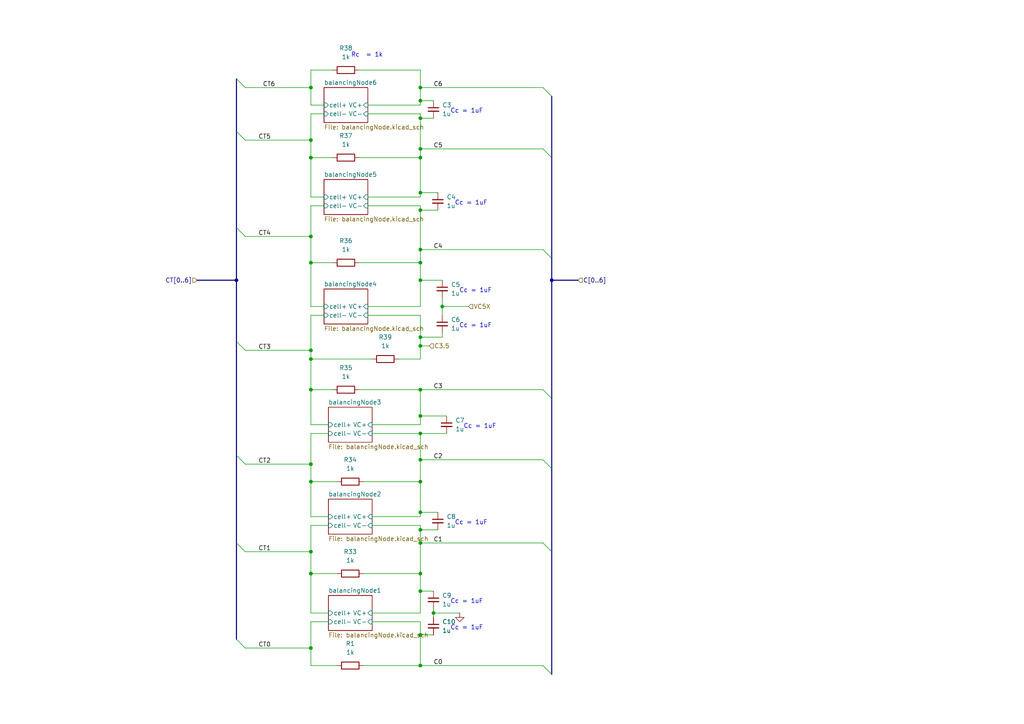
<source format=kicad_sch>
(kicad_sch (version 20231120) (generator "eeschema") (generator_version "8.0")
  (paper "A4")
  (lib_symbols
    (symbol "Device:C_Small" (pin_numbers hide) (pin_names (offset 0.254) hide)
      (property "Reference" "C" (at 0.254 1.778 0))
      (property "Value" "C_Small" (at 0.254 -2.032 0))
      (symbol "C_Small_0_1"
        (polyline (pts (xy -1.524 -0.508) (xy 1.524 -0.508)) (stroke (width 0.3302)))
        (polyline (pts (xy -1.524 0.508) (xy 1.524 0.508)) (stroke (width 0.3048)))
      )
      (symbol "C_Small_1_1"
        (pin passive line (at 0 2.54 270) (length 2.032) (name "~") (number "1"))
        (pin passive line (at 0 -2.54 90) (length 2.032) (name "~") (number "2"))
      )
    )
    (symbol "Device:R" (pin_numbers hide) (pin_names (offset 0))
      (property "Reference" "R" (at 2.032 0 90))
      (property "Value" "R" (at 0 0 90))
      (symbol "R_0_1"
        (rectangle (start -1.016 -2.54) (end 1.016 2.54) (stroke (width 0.254)))
      )
      (symbol "R_1_1"
        (pin passive line (at 0 3.81 270) (length 1.27) (name "~") (number "1"))
        (pin passive line (at 0 -3.81 90) (length 1.27) (name "~") (number "2"))
      )
    )
    (symbol "power:GND" (power) (pin_numbers hide) (pin_names (offset 0) hide)
      (property "Value" "GND" (at 0 -3.81 0))
      (symbol "GND_0_1"
        (polyline (pts (xy 0 0) (xy 0 -1.27) (xy 1.27 -1.27) (xy 0 -2.54) (xy -1.27 -1.27) (xy 0 -1.27)))
      )
      (symbol "GND_1_1"
        (pin power_in line (at 0 0 270) (length 0) (name "~") (number "1"))
      )
    )
  )
  (junction (at 121.92 97.79))
  (junction (at 90.17 45.72))
  (junction (at 90.17 101.6))
  (junction (at 121.92 153.67))
  (junction (at 121.92 193.04))
  (junction (at 90.17 104.14))
  (junction (at 121.92 81.28))
  (junction (at 90.17 68.58))
  (junction (at 121.92 171.45))
  (junction (at 121.92 125.73))
  (junction (at 125.73 177.8))
  (junction (at 121.92 45.72))
  (junction (at 121.92 157.48))
  (junction (at 68.58 81.28))
  (junction (at 121.92 43.18))
  (junction (at 121.92 133.35))
  (junction (at 121.92 113.03))
  (junction (at 121.92 25.4))
  (junction (at 121.92 34.29))
  (junction (at 121.92 29.21))
  (junction (at 90.17 134.62))
  (junction (at 121.92 55.88))
  (junction (at 90.17 113.03))
  (junction (at 90.17 166.37))
  (junction (at 160.02 81.28))
  (junction (at 90.17 25.4))
  (junction (at 90.17 139.7))
  (junction (at 121.92 76.2))
  (junction (at 128.27 88.9))
  (junction (at 90.17 40.64))
  (junction (at 90.17 160.02))
  (junction (at 121.92 148.59))
  (junction (at 121.92 139.7))
  (junction (at 90.17 187.96))
  (junction (at 121.92 100.33))
  (junction (at 90.17 76.2))
  (junction (at 121.92 72.39))
  (junction (at 121.92 60.96))
  (junction (at 121.92 184.15))
  (junction (at 121.92 166.37))
  (junction (at 121.92 120.65))
  (bus_entry (at 157.48 25.4) (size 2.54 2.54))
  (bus_entry (at 68.58 132.08) (size 2.54 2.54))
  (bus_entry (at 68.58 99.06) (size 2.54 2.54))
  (bus_entry (at 157.48 133.35) (size 2.54 2.54))
  (bus_entry (at 68.58 157.48) (size 2.54 2.54))
  (bus_entry (at 157.48 72.39) (size 2.54 2.54))
  (bus_entry (at 157.48 43.18) (size 2.54 2.54))
  (bus_entry (at 68.58 38.1) (size 2.54 2.54))
  (bus_entry (at 157.48 113.03) (size 2.54 2.54))
  (bus_entry (at 157.48 193.04) (size 2.54 2.54))
  (bus_entry (at 68.58 22.86) (size 2.54 2.54))
  (bus_entry (at 157.48 157.48) (size 2.54 2.54))
  (bus_entry (at 68.58 185.42) (size 2.54 2.54))
  (bus_entry (at 68.58 66.04) (size 2.54 2.54))
  (wire (pts (xy 121.92 148.59) (xy 121.92 139.7)))
  (bus (pts (xy 160.02 81.28) (xy 160.02 115.57)))
  (bus (pts (xy 68.58 22.86) (xy 68.58 38.1)))
  (wire (pts (xy 121.92 91.44) (xy 121.92 97.79)))
  (wire (pts (xy 121.92 29.21) (xy 121.92 30.48)))
  (wire (pts (xy 128.27 97.79) (xy 128.27 96.52)))
  (wire (pts (xy 90.17 123.19) (xy 95.25 123.19)))
  (wire (pts (xy 90.17 45.72) (xy 90.17 57.15)))
  (wire (pts (xy 107.95 177.8) (xy 121.92 177.8)))
  (wire (pts (xy 121.92 157.48) (xy 157.48 157.48)))
  (wire (pts (xy 127 148.59) (xy 121.92 148.59)))
  (wire (pts (xy 71.12 68.58) (xy 90.17 68.58)))
  (wire (pts (xy 90.17 113.03) (xy 90.17 123.19)))
  (wire (pts (xy 121.92 34.29) (xy 121.92 43.18)))
  (wire (pts (xy 71.12 101.6) (xy 90.17 101.6)))
  (wire (pts (xy 104.14 113.03) (xy 121.92 113.03)))
  (bus (pts (xy 68.58 157.48) (xy 68.58 185.42)))
  (wire (pts (xy 121.92 157.48) (xy 121.92 166.37)))
  (wire (pts (xy 90.17 76.2) (xy 90.17 88.9)))
  (wire (pts (xy 105.41 139.7) (xy 121.92 139.7)))
  (bus (pts (xy 57.15 81.28) (xy 68.58 81.28)))
  (wire (pts (xy 71.12 187.96) (xy 90.17 187.96)))
  (wire (pts (xy 121.92 133.35) (xy 121.92 139.7)))
  (wire (pts (xy 128.27 88.9) (xy 128.27 91.44)))
  (wire (pts (xy 121.92 171.45) (xy 125.73 171.45)))
  (bus (pts (xy 160.02 135.89) (xy 160.02 160.02)))
  (wire (pts (xy 121.92 59.69) (xy 121.92 60.96)))
  (wire (pts (xy 90.17 101.6) (xy 90.17 104.14)))
  (wire (pts (xy 93.98 33.02) (xy 90.17 33.02)))
  (wire (pts (xy 121.92 76.2) (xy 121.92 81.28)))
  (wire (pts (xy 121.92 60.96) (xy 121.92 72.39)))
  (wire (pts (xy 127 153.67) (xy 121.92 153.67)))
  (wire (pts (xy 90.17 166.37) (xy 90.17 177.8)))
  (wire (pts (xy 90.17 160.02) (xy 90.17 166.37)))
  (wire (pts (xy 105.41 193.04) (xy 121.92 193.04)))
  (wire (pts (xy 121.92 72.39) (xy 121.92 76.2)))
  (wire (pts (xy 121.92 193.04) (xy 157.48 193.04)))
  (wire (pts (xy 90.17 45.72) (xy 96.52 45.72)))
  (wire (pts (xy 121.92 133.35) (xy 157.48 133.35)))
  (wire (pts (xy 90.17 59.69) (xy 90.17 68.58)))
  (wire (pts (xy 121.92 177.8) (xy 121.92 171.45)))
  (wire (pts (xy 121.92 125.73) (xy 107.95 125.73)))
  (wire (pts (xy 107.95 123.19) (xy 121.92 123.19)))
  (wire (pts (xy 121.92 72.39) (xy 157.48 72.39)))
  (wire (pts (xy 90.17 33.02) (xy 90.17 40.64)))
  (wire (pts (xy 105.41 166.37) (xy 121.92 166.37)))
  (wire (pts (xy 90.17 149.86) (xy 95.25 149.86)))
  (bus (pts (xy 68.58 99.06) (xy 68.58 132.08)))
  (wire (pts (xy 95.25 125.73) (xy 90.17 125.73)))
  (wire (pts (xy 128.27 86.36) (xy 128.27 88.9)))
  (wire (pts (xy 121.92 180.34) (xy 107.95 180.34)))
  (wire (pts (xy 90.17 193.04) (xy 97.79 193.04)))
  (wire (pts (xy 90.17 20.32) (xy 90.17 25.4)))
  (wire (pts (xy 125.73 184.15) (xy 121.92 184.15)))
  (wire (pts (xy 121.92 43.18) (xy 121.92 45.72)))
  (wire (pts (xy 121.92 81.28) (xy 121.92 88.9)))
  (bus (pts (xy 160.02 27.94) (xy 160.02 45.72)))
  (wire (pts (xy 127 60.96) (xy 121.92 60.96)))
  (wire (pts (xy 106.68 57.15) (xy 121.92 57.15)))
  (wire (pts (xy 121.92 100.33) (xy 121.92 104.14)))
  (wire (pts (xy 90.17 88.9) (xy 93.98 88.9)))
  (wire (pts (xy 121.92 123.19) (xy 121.92 120.65)))
  (wire (pts (xy 135.89 88.9) (xy 128.27 88.9)))
  (wire (pts (xy 121.92 152.4) (xy 107.95 152.4)))
  (wire (pts (xy 97.79 166.37) (xy 90.17 166.37)))
  (wire (pts (xy 97.79 139.7) (xy 90.17 139.7)))
  (wire (pts (xy 125.73 177.8) (xy 125.73 179.07)))
  (wire (pts (xy 128.27 81.28) (xy 121.92 81.28)))
  (wire (pts (xy 90.17 104.14) (xy 107.95 104.14)))
  (wire (pts (xy 121.92 149.86) (xy 121.92 148.59)))
  (wire (pts (xy 71.12 160.02) (xy 90.17 160.02)))
  (wire (pts (xy 121.92 184.15) (xy 121.92 193.04)))
  (wire (pts (xy 121.92 33.02) (xy 106.68 33.02)))
  (bus (pts (xy 160.02 115.57) (xy 160.02 135.89)))
  (wire (pts (xy 121.92 33.02) (xy 121.92 34.29)))
  (wire (pts (xy 121.92 20.32) (xy 104.14 20.32)))
  (wire (pts (xy 121.92 180.34) (xy 121.92 184.15)))
  (wire (pts (xy 121.92 45.72) (xy 121.92 55.88)))
  (wire (pts (xy 95.25 180.34) (xy 90.17 180.34)))
  (wire (pts (xy 121.92 25.4) (xy 121.92 20.32)))
  (wire (pts (xy 90.17 57.15) (xy 93.98 57.15)))
  (wire (pts (xy 121.92 25.4) (xy 157.48 25.4)))
  (wire (pts (xy 107.95 149.86) (xy 121.92 149.86)))
  (wire (pts (xy 121.92 43.18) (xy 157.48 43.18)))
  (wire (pts (xy 129.54 120.65) (xy 121.92 120.65)))
  (wire (pts (xy 104.14 76.2) (xy 121.92 76.2)))
  (wire (pts (xy 93.98 91.44) (xy 90.17 91.44)))
  (wire (pts (xy 90.17 76.2) (xy 96.52 76.2)))
  (wire (pts (xy 71.12 40.64) (xy 90.17 40.64)))
  (wire (pts (xy 90.17 91.44) (xy 90.17 101.6)))
  (wire (pts (xy 96.52 20.32) (xy 90.17 20.32)))
  (bus (pts (xy 68.58 38.1) (xy 68.58 66.04)))
  (wire (pts (xy 127 55.88) (xy 121.92 55.88)))
  (wire (pts (xy 71.12 25.4) (xy 90.17 25.4)))
  (wire (pts (xy 121.92 113.03) (xy 157.48 113.03)))
  (bus (pts (xy 68.58 132.08) (xy 68.58 157.48)))
  (wire (pts (xy 106.68 30.48) (xy 121.92 30.48)))
  (wire (pts (xy 90.17 68.58) (xy 90.17 76.2)))
  (wire (pts (xy 90.17 125.73) (xy 90.17 134.62)))
  (bus (pts (xy 68.58 81.28) (xy 68.58 99.06)))
  (wire (pts (xy 121.92 125.73) (xy 121.92 133.35)))
  (wire (pts (xy 90.17 187.96) (xy 90.17 193.04)))
  (wire (pts (xy 129.54 125.73) (xy 121.92 125.73)))
  (wire (pts (xy 121.92 120.65) (xy 121.92 113.03)))
  (wire (pts (xy 90.17 134.62) (xy 90.17 139.7)))
  (wire (pts (xy 121.92 29.21) (xy 125.73 29.21)))
  (wire (pts (xy 71.12 134.62) (xy 90.17 134.62)))
  (wire (pts (xy 121.92 153.67) (xy 121.92 157.48)))
  (wire (pts (xy 133.35 177.8) (xy 125.73 177.8)))
  (wire (pts (xy 93.98 59.69) (xy 90.17 59.69)))
  (wire (pts (xy 121.92 104.14) (xy 115.57 104.14)))
  (wire (pts (xy 106.68 88.9) (xy 121.92 88.9)))
  (wire (pts (xy 90.17 30.48) (xy 93.98 30.48)))
  (wire (pts (xy 90.17 180.34) (xy 90.17 187.96)))
  (wire (pts (xy 121.92 171.45) (xy 121.92 166.37)))
  (wire (pts (xy 90.17 113.03) (xy 96.52 113.03)))
  (wire (pts (xy 95.25 152.4) (xy 90.17 152.4)))
  (wire (pts (xy 90.17 139.7) (xy 90.17 149.86)))
  (wire (pts (xy 121.92 25.4) (xy 121.92 29.21)))
  (wire (pts (xy 90.17 177.8) (xy 95.25 177.8)))
  (wire (pts (xy 124.46 100.33) (xy 121.92 100.33)))
  (wire (pts (xy 104.14 45.72) (xy 121.92 45.72)))
  (wire (pts (xy 90.17 40.64) (xy 90.17 45.72)))
  (wire (pts (xy 121.92 97.79) (xy 121.92 100.33)))
  (bus (pts (xy 160.02 81.28) (xy 160.02 74.93)))
  (bus (pts (xy 160.02 160.02) (xy 160.02 195.58)))
  (wire (pts (xy 121.92 34.29) (xy 125.73 34.29)))
  (wire (pts (xy 90.17 104.14) (xy 90.17 113.03)))
  (bus (pts (xy 167.64 81.28) (xy 160.02 81.28)))
  (wire (pts (xy 125.73 176.53) (xy 125.73 177.8)))
  (bus (pts (xy 160.02 45.72) (xy 160.02 74.93)))
  (wire (pts (xy 121.92 55.88) (xy 121.92 57.15)))
  (wire (pts (xy 90.17 25.4) (xy 90.17 30.48)))
  (bus (pts (xy 68.58 66.04) (xy 68.58 81.28)))
  (wire (pts (xy 121.92 91.44) (xy 106.68 91.44)))
  (wire (pts (xy 90.17 152.4) (xy 90.17 160.02)))
  (wire (pts (xy 128.27 97.79) (xy 121.92 97.79)))
  (wire (pts (xy 121.92 153.67) (xy 121.92 152.4)))
  (wire (pts (xy 121.92 59.69) (xy 106.68 59.69)))
  (text "Rc  = 1k" (at 106.426 16.002 0) (effects (font (size 1.27 1.27))))
  (text "Cc = 1uF" (at 135.382 182.118 0) (effects (font (size 1.27 1.27))))
  (text "Cc = 1uF" (at 139.192 123.698 0) (effects (font (size 1.27 1.27))))
  (text "Cc = 1uF" (at 137.922 94.488 0) (effects (font (size 1.27 1.27))))
  (text "Cc = 1uF" (at 136.652 58.928 0) (effects (font (size 1.27 1.27))))
  (text "Cc = 1uF" (at 137.922 84.328 0) (effects (font (size 1.27 1.27))))
  (text "Cc = 1uF" (at 135.382 32.258 0) (effects (font (size 1.27 1.27))))
  (text "Cc = 1uF" (at 135.382 174.498 0) (effects (font (size 1.27 1.27))))
  (text "Cc = 1uF" (at 136.652 151.638 0) (effects (font (size 1.27 1.27))))
  (label "CT5" (at 74.93 40.64 0))
  (label "C4" (at 125.73 72.39 0))
  (label "CT3" (at 74.93 101.6 0))
  (label "CT2" (at 74.93 134.62 0))
  (label "CT4" (at 74.93 68.58 0))
  (label "C1" (at 125.73 157.48 0))
  (label "CT6" (at 76.2 25.4 0))
  (label "C0" (at 125.73 193.04 0))
  (label "C2" (at 125.73 133.35 0))
  (label "C6" (at 125.73 25.4 0))
  (label "C5" (at 125.73 43.18 0))
  (label "CT0" (at 74.93 187.96 0))
  (label "CT1" (at 74.93 160.02 0))
  (label "C3" (at 125.73 113.03 0))
  (hierarchical_label "VC5X" (shape input) (at 135.89 88.9 0))
  (hierarchical_label "C[0..6]" (shape input) (at 167.64 81.28 0))
  (hierarchical_label "C3.5" (shape input) (at 124.46 100.33 0))
  (hierarchical_label "CT[0..6]" (shape input) (at 57.15 81.28 180))
  (symbol (lib_id "Device:R") (at 111.76 104.14 90) (unit 1)
    (property "Reference" "R39" (at 111.76 97.79 90))
    (property "Value" "1k" (at 111.76 100.33 90))
    (property "Footprint" "Resistor_SMD:R_0402_1005Metric" (effects (hide yes)))
    (property "Description" "Resistor" (effects (hide yes)))
  )
  (symbol (lib_id "Device:C_Small") (at 128.27 83.82 0) (unit 1)
    (property "Reference" "C5" (at 130.81 82.55 0) (effects (justify left)))
    (property "Value" "1u" (at 130.81 85.09 0) (effects (justify left)))
    (property "Footprint" "Capacitor_SMD:C_0402_1005Metric" (effects (hide yes)))
    (property "Description" "Unpolarized capacitor, small symbol" (effects (hide yes)))
  )
  (symbol (lib_id "Device:R") (at 101.6 193.04 90) (unit 1)
    (property "Reference" "R1" (at 101.6 186.69 90))
    (property "Value" "1k" (at 101.6 189.23 90))
    (property "Footprint" "Resistor_SMD:R_0402_1005Metric" (effects (hide yes)))
    (property "Description" "Resistor" (effects (hide yes)))
  )
  (symbol (lib_id "power:GND") (at 133.35 177.8 0) (mirror y) (unit 1)
    (property "Reference" "#PWR04" (effects (hide yes)))
    (property "Value" "GND" (effects (hide yes)))
    (property "Description" "Power symbol creates a global label with name \"GND\" , ground" (effects (hide yes)))
  )
  (symbol (lib_id "Device:C_Small") (at 125.73 181.61 0) (unit 1)
    (property "Reference" "C10" (at 128.27 180.34 0) (effects (justify left)))
    (property "Value" "1u" (at 128.27 182.88 0) (effects (justify left)))
    (property "Footprint" "Capacitor_SMD:C_0402_1005Metric" (effects (hide yes)))
    (property "Description" "Unpolarized capacitor, small symbol" (effects (hide yes)))
  )
  (symbol (lib_id "Device:R") (at 101.6 139.7 90) (unit 1)
    (property "Reference" "R34" (at 101.6 133.35 90))
    (property "Value" "1k" (at 101.6 135.89 90))
    (property "Footprint" "Resistor_SMD:R_0402_1005Metric" (effects (hide yes)))
    (property "Description" "Resistor" (effects (hide yes)))
  )
  (symbol (lib_id "Device:R") (at 101.6 166.37 90) (unit 1)
    (property "Reference" "R33" (at 101.6 160.02 90))
    (property "Value" "1k" (at 101.6 162.56 90))
    (property "Footprint" "Resistor_SMD:R_0402_1005Metric" (effects (hide yes)))
    (property "Description" "Resistor" (effects (hide yes)))
  )
  (symbol (lib_id "Device:C_Small") (at 127 58.42 0) (unit 1)
    (property "Reference" "C4" (at 129.54 57.15 0) (effects (justify left)))
    (property "Value" "1u" (at 129.54 59.69 0) (effects (justify left)))
    (property "Footprint" "Capacitor_SMD:C_0402_1005Metric" (effects (hide yes)))
    (property "Description" "Unpolarized capacitor, small symbol" (effects (hide yes)))
  )
  (symbol (lib_id "Device:C_Small") (at 127 151.13 0) (unit 1)
    (property "Reference" "C8" (at 129.54 149.86 0) (effects (justify left)))
    (property "Value" "1u" (at 129.54 152.4 0) (effects (justify left)))
    (property "Footprint" "Capacitor_SMD:C_0402_1005Metric" (effects (hide yes)))
    (property "Description" "Unpolarized capacitor, small symbol" (effects (hide yes)))
  )
  (symbol (lib_id "Device:C_Small") (at 128.27 93.98 0) (unit 1)
    (property "Reference" "C6" (at 130.81 92.71 0) (effects (justify left)))
    (property "Value" "1u" (at 130.81 95.25 0) (effects (justify left)))
    (property "Footprint" "Capacitor_SMD:C_0402_1005Metric" (effects (hide yes)))
    (property "Description" "Unpolarized capacitor, small symbol" (effects (hide yes)))
  )
  (symbol (lib_id "Device:C_Small") (at 125.73 31.75 0) (unit 1)
    (property "Reference" "C3" (at 128.27 30.48 0) (effects (justify left)))
    (property "Value" "1u" (at 128.27 33.02 0) (effects (justify left)))
    (property "Footprint" "Capacitor_SMD:C_0402_1005Metric" (effects (hide yes)))
    (property "Description" "Unpolarized capacitor, small symbol" (effects (hide yes)))
  )
  (symbol (lib_id "Device:R") (at 100.33 76.2 90) (unit 1)
    (property "Reference" "R36" (at 100.33 69.85 90))
    (property "Value" "1k" (at 100.33 72.39 90))
    (property "Footprint" "Resistor_SMD:R_0402_1005Metric" (effects (hide yes)))
    (property "Description" "Resistor" (effects (hide yes)))
  )
  (symbol (lib_id "Device:C_Small") (at 125.73 173.99 0) (unit 1)
    (property "Reference" "C9" (at 128.27 172.72 0) (effects (justify left)))
    (property "Value" "1u" (at 128.27 175.26 0) (effects (justify left)))
    (property "Footprint" "Capacitor_SMD:C_0402_1005Metric" (effects (hide yes)))
    (property "Description" "Unpolarized capacitor, small symbol" (effects (hide yes)))
  )
  (symbol (lib_id "Device:R") (at 100.33 45.72 90) (unit 1)
    (property "Reference" "R37" (at 100.33 39.37 90))
    (property "Value" "1k" (at 100.33 41.91 90))
    (property "Footprint" "Resistor_SMD:R_0402_1005Metric" (effects (hide yes)))
    (property "Description" "Resistor" (effects (hide yes)))
  )
  (symbol (lib_id "Device:C_Small") (at 129.54 123.19 0) (unit 1)
    (property "Reference" "C7" (at 132.08 121.92 0) (effects (justify left)))
    (property "Value" "1u" (at 132.08 124.46 0) (effects (justify left)))
    (property "Footprint" "Capacitor_SMD:C_0402_1005Metric" (effects (hide yes)))
    (property "Description" "Unpolarized capacitor, small symbol" (effects (hide yes)))
  )
  (symbol (lib_id "Device:R") (at 100.33 113.03 90) (unit 1)
    (property "Reference" "R35" (at 100.33 106.68 90))
    (property "Value" "1k" (at 100.33 109.22 90))
    (property "Footprint" "Resistor_SMD:R_0402_1005Metric" (effects (hide yes)))
    (property "Description" "Resistor" (effects (hide yes)))
  )
  (symbol (lib_id "Device:R") (at 100.33 20.32 90) (unit 1)
    (property "Reference" "R38" (at 100.33 13.97 90))
    (property "Value" "1k" (at 100.33 16.51 90))
    (property "Footprint" "Resistor_SMD:R_0402_1005Metric" (effects (hide yes)))
    (property "Description" "Resistor" (effects (hide yes)))
  )
  (sheet (at 95.25 118.11) (size 12.7 10.16) (stroke (width 0.1524))
    (property "Sheetname" "balancingNode3" (at 95.25 117.3984 0) (effects (justify left bottom)))
    (property "Sheetfile" "balancingNode.kicad_sch" (at 95.25 128.8546 0) (effects (justify left top)))
    (pin "cell-" input (at 95.25 125.73 180))
    (pin "cell+" input (at 95.25 123.19 180))
    (pin "VC-" input (at 107.95 125.73 0))
    (pin "VC+" input (at 107.95 123.19 0))
  )
  (sheet (at 93.98 52.07) (size 12.7 10.16) (stroke (width 0.1524))
    (property "Sheetname" "balancingNode5" (at 93.98 51.3584 0) (effects (justify left bottom)))
    (property "Sheetfile" "balancingNode.kicad_sch" (at 93.98 62.8146 0) (effects (justify left top)))
    (pin "cell-" input (at 93.98 59.69 180))
    (pin "cell+" input (at 93.98 57.15 180))
    (pin "VC-" input (at 106.68 59.69 0))
    (pin "VC+" input (at 106.68 57.15 0))
  )
  (sheet (at 95.25 172.72) (size 12.7 10.16) (stroke (width 0.1524))
    (property "Sheetname" "balancingNode1" (at 95.25 172.0084 0) (effects (justify left bottom)))
    (property "Sheetfile" "balancingNode.kicad_sch" (at 95.25 183.4646 0) (effects (justify left top)))
    (pin "cell-" input (at 95.25 180.34 180))
    (pin "cell+" input (at 95.25 177.8 180))
    (pin "VC-" input (at 107.95 180.34 0))
    (pin "VC+" input (at 107.95 177.8 0))
  )
  (sheet (at 95.25 144.78) (size 12.7 10.16) (stroke (width 0.1524))
    (property "Sheetname" "balancingNode2" (at 95.25 144.0684 0) (effects (justify left bottom)))
    (property "Sheetfile" "balancingNode.kicad_sch" (at 95.25 155.5246 0) (effects (justify left top)))
    (pin "cell-" input (at 95.25 152.4 180))
    (pin "cell+" input (at 95.25 149.86 180))
    (pin "VC-" input (at 107.95 152.4 0))
    (pin "VC+" input (at 107.95 149.86 0))
  )
  (sheet (at 93.98 83.82) (size 12.7 10.16) (stroke (width 0.1524))
    (property "Sheetname" "balancingNode4" (at 93.98 83.1084 0) (effects (justify left bottom)))
    (property "Sheetfile" "balancingNode.kicad_sch" (at 93.98 94.5646 0) (effects (justify left top)))
    (pin "cell-" input (at 93.98 91.44 180))
    (pin "cell+" input (at 93.98 88.9 180))
    (pin "VC-" input (at 106.68 91.44 0))
    (pin "VC+" input (at 106.68 88.9 0))
  )
  (sheet (at 93.98 25.4) (size 12.7 10.16) (stroke (width 0.1524))
    (property "Sheetname" "balancingNode6" (at 93.98 24.6884 0) (effects (justify left bottom)))
    (property "Sheetfile" "balancingNode.kicad_sch" (at 93.98 36.1446 0) (effects (justify left top)))
    (pin "cell-" input (at 93.98 33.02 180))
    (pin "cell+" input (at 93.98 30.48 180))
    (pin "VC-" input (at 106.68 33.02 0))
    (pin "VC+" input (at 106.68 30.48 0))
  )
)
</source>
